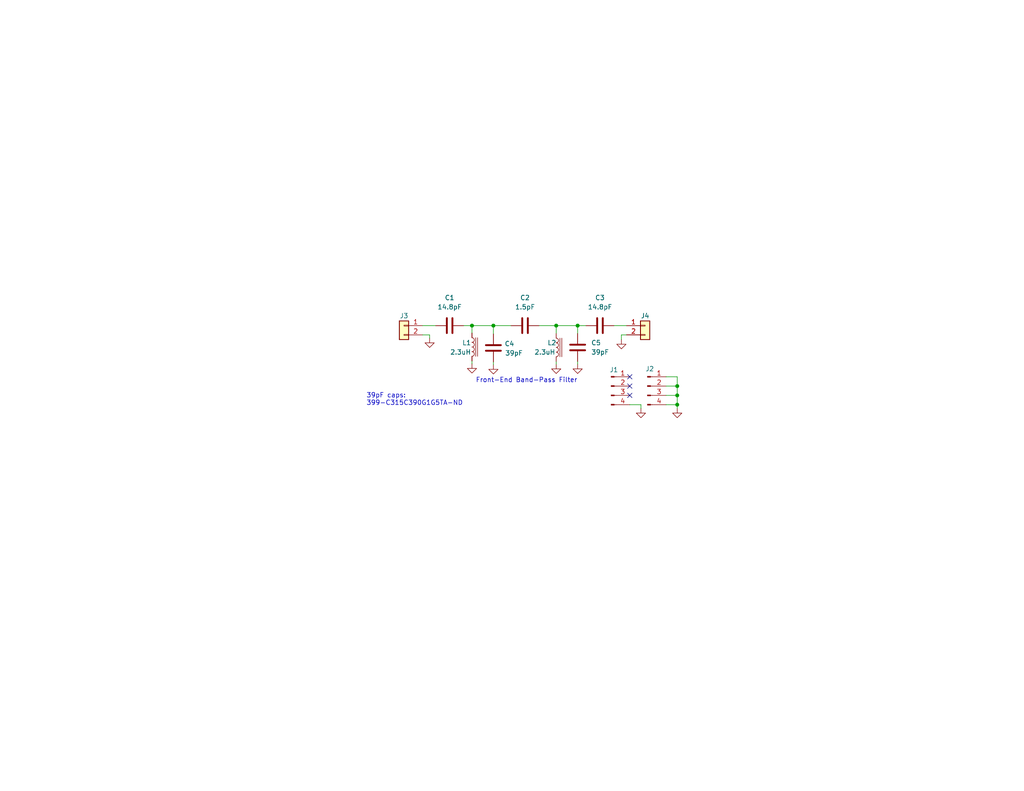
<source format=kicad_sch>
(kicad_sch (version 20211123) (generator eeschema)
  (paper "USLetter")
  (title_block (title "Pssst Frontend Bandpass Filter") (date "2022-12-29") (rev "A"))
  (lib_symbols
    (symbol "K7TFC_Connectors:Conn_01x02" (pin_names (offset 1.016) hide)
      (property "Reference" "J" (at 0 2.54 0))
      (property "Value" "Conn_01x02" (at 0 -5.08 0))
      (symbol "Conn_01x02_1_1"
        (rectangle (start -1.27 -2.413) (end 0 -2.667) (stroke (width 0.1524)))
        (rectangle (start -1.27 0.127) (end 0 -0.127) (stroke (width 0.1524)))
        (rectangle (start -1.27 1.27) (end 1.27 -3.81) (stroke (width 0.254)) (fill (type background)))
        (pin passive line (at -5.08 0 0) (length 3.81) (name "Pin_1") (number "1"))
        (pin passive line (at -5.08 -2.54 0) (length 3.81) (name "Pin_2") (number "2"))
      )
    )
    (symbol "K7TFC_Connectors:Conn_01x04_Male" (pin_names (offset 1.016) hide)
      (property "Reference" "J" (at 0 5.08 0))
      (property "Value" "Conn_01x04_Male" (at 0 -7.62 0))
      (symbol "Conn_01x04_Male_1_1"
        (polyline (pts (xy 1.27 -5.08) (xy 0.8636 -5.08)) (stroke (width 0.1524)))
        (polyline (pts (xy 1.27 -2.54) (xy 0.8636 -2.54)) (stroke (width 0.1524)))
        (polyline (pts (xy 1.27 0) (xy 0.8636 0)) (stroke (width 0.1524)))
        (polyline (pts (xy 1.27 2.54) (xy 0.8636 2.54)) (stroke (width 0.1524)))
        (rectangle (start 0.8636 -4.953) (end 0 -5.207) (stroke (width 0.1524)) (fill (type outline)))
        (rectangle (start 0.8636 -2.413) (end 0 -2.667) (stroke (width 0.1524)) (fill (type outline)))
        (rectangle (start 0.8636 0.127) (end 0 -0.127) (stroke (width 0.1524)) (fill (type outline)))
        (rectangle (start 0.8636 2.667) (end 0 2.413) (stroke (width 0.1524)) (fill (type outline)))
        (pin passive line (at 5.08 2.54 180) (length 3.81) (name "Pin_1") (number "1"))
        (pin passive line (at 5.08 0 180) (length 3.81) (name "Pin_2") (number "2"))
        (pin passive line (at 5.08 -2.54 180) (length 3.81) (name "Pin_3") (number "3"))
        (pin passive line (at 5.08 -5.08 180) (length 3.81) (name "Pin_4") (number "4"))
      )
    )
    (symbol "K7TFC_Passives:C_std" (pin_numbers hide) (pin_names (offset 0.254))
      (property "Reference" "C" (at 0.635 2.54 0))
      (property "Value" "C_std" (at 0.635 -2.54 0))
      (symbol "C_std_0_1"
        (polyline (pts (xy -2.032 -0.762) (xy 2.032 -0.762)) (stroke (width 0.508)))
        (polyline (pts (xy -2.032 0.762) (xy 2.032 0.762)) (stroke (width 0.508)))
      )
      (symbol "C_std_1_1"
        (pin passive line (at 0 3.81 270) (length 2.794) (name "~") (number "1"))
        (pin passive line (at 0 -3.81 90) (length 2.794) (name "~") (number "2"))
      )
    )
    (symbol "K7TFC_Passives:L" (pin_numbers hide) (pin_names (offset 1.016) hide)
      (property "Reference" "L" (at -1.778 0 0))
      (property "Value" "L" (at 3.048 0 0))
      (symbol "L_0_1"
        (arc (start 0 -2.54) (mid 0.635 -1.905) (end 0 -1.27))
        (arc (start 0 -1.27) (mid 0.635 -0.635) (end 0 0))
        (polyline (pts (xy 1.016 2.54) (xy 1.016 -2.54)))
        (polyline (pts (xy 1.524 2.54) (xy 1.524 -2.54)))
        (arc (start 0 0) (mid 0.635 0.635) (end 0 1.27))
        (arc (start 0 1.27) (mid 0.635 1.905) (end 0 2.54))
      )
      (symbol "L_1_1"
        (pin passive line (at 0 3.81 270) (length 1.27) (name "1") (number "1"))
        (pin passive line (at 0 -3.81 90) (length 1.27) (name "2") (number "2"))
      )
    )
    (symbol "power:GND" (power) (pin_names (offset 0))
      (property "Value" "GND" (at 0 -3.81 0))
      (symbol "GND_0_1"
        (polyline (pts (xy 0 0) (xy 0 -1.27) (xy 1.27 -1.27) (xy 0 -2.54) (xy -1.27 -1.27) (xy 0 -1.27)))
      )
      (symbol "GND_1_1"
        (pin power_in line (at 0 0 270) (length 0) hide (name "GND") (number "1"))
      )
    )
  )
  (junction (at 184.785 110.49))
  (junction (at 128.778 88.9))
  (junction (at 151.765 88.9))
  (junction (at 134.62 88.9))
  (junction (at 157.607 88.9))
  (junction (at 184.785 107.95))
  (junction (at 184.785 105.41))
  (no_connect (at 171.831 102.87))
  (no_connect (at 171.831 105.41))
  (no_connect (at 171.831 107.95))
  (wire (pts (xy 184.785 102.87) (xy 184.785 105.41)))
  (wire (pts (xy 134.62 88.9) (xy 139.446 88.9)))
  (wire (pts (xy 151.765 88.9) (xy 157.607 88.9)))
  (wire (pts (xy 181.737 110.49) (xy 184.785 110.49)))
  (wire (pts (xy 171.831 110.49) (xy 174.879 110.49)))
  (wire (pts (xy 115.316 88.9) (xy 118.872 88.9)))
  (wire (pts (xy 157.607 88.9) (xy 159.893 88.9)))
  (wire (pts (xy 169.545 91.44) (xy 170.942 91.44)))
  (wire (pts (xy 128.778 88.9) (xy 128.778 90.932)))
  (wire (pts (xy 157.607 88.9) (xy 157.607 91.059)))
  (wire (pts (xy 128.778 88.9) (xy 134.62 88.9)))
  (wire (pts (xy 134.62 98.806) (xy 134.62 99.568)))
  (wire (pts (xy 181.737 105.41) (xy 184.785 105.41)))
  (wire (pts (xy 181.737 102.87) (xy 184.785 102.87)))
  (wire (pts (xy 157.607 98.679) (xy 157.607 99.441)))
  (wire (pts (xy 147.066 88.9) (xy 151.765 88.9)))
  (wire (pts (xy 117.221 91.44) (xy 117.221 92.329)))
  (wire (pts (xy 167.513 88.9) (xy 170.942 88.9)))
  (wire (pts (xy 128.778 98.552) (xy 128.778 99.314)))
  (wire (pts (xy 184.785 107.95) (xy 184.785 110.49)))
  (wire (pts (xy 184.785 105.41) (xy 184.785 107.95)))
  (wire (pts (xy 126.492 88.9) (xy 128.778 88.9)))
  (wire (pts (xy 134.62 88.9) (xy 134.62 91.186)))
  (wire (pts (xy 115.316 91.44) (xy 117.221 91.44)))
  (wire (pts (xy 169.545 92.71) (xy 169.545 91.44)))
  (wire (pts (xy 151.765 88.9) (xy 151.765 91.059)))
  (wire (pts (xy 174.879 110.49) (xy 174.879 111.506)))
  (wire (pts (xy 181.737 107.95) (xy 184.785 107.95)))
  (wire (pts (xy 184.785 110.49) (xy 184.785 111.506)))
  (wire (pts (xy 151.765 98.679) (xy 151.765 99.441)))
  (text "Front-End Band-Pass Filter" (at 129.794 104.648 0) (effects (font (size 1.27 1.27)) (justify left bottom)))
  (text "39pF caps: 	\n399-C315C390G1G5TA-ND" (at 99.949 110.871 0) (effects (font (size 1.27 1.27)) (justify left bottom)))
  (symbol (lib_id "power:GND") (at 151.765 99.441 0) (unit 1)
    (property "Reference" "#PWR0101" (effects hide))
    (property "Value" "GND" (effects hide))
  )
  (symbol (lib_id "power:GND") (at 128.778 99.314 0) (unit 1)
    (property "Reference" "#PWR0103" (effects hide))
    (property "Value" "GND" (effects hide))
  )
  (symbol (lib_id "K7TFC_Connectors:Conn_01x04_Male") (at 176.657 105.41 0) (unit 1)
    (property "Reference" "J2" (at 177.292 100.711 0))
    (property "Value" "Conn_01x04_Male" (effects hide))
    (property "Footprint" "Connector_PinHeader_2.54mm:PinHeader_1x04_P2.54mm_Vertical" (effects hide))
  )
  (symbol (lib_id "K7TFC_Passives:C_std") (at 163.703 88.9 90) (unit 1)
    (property "Reference" "C3" (at 163.703 81.28 90))
    (property "Value" "14.8pF" (at 163.703 83.82 90))
    (property "Footprint" "K7TFC_Passives:Capacitor_Trimmer_Ceramic_GKGxx015_Series" (effects hide))
  )
  (symbol (lib_id "K7TFC_Passives:L") (at 151.765 94.869 0) (unit 1)
    (property "Reference" "L2" (at 149.352 93.599 0) (effects (justify left)))
    (property "Value" "2.3uH" (at 145.796 96.139 0) (effects (justify left)))
    (property "Footprint" "K7TFC_Toroids:Toroid_T50_Vertical_P6.00mm" (effects hide))
  )
  (symbol (lib_id "power:GND") (at 174.879 111.506 0) (unit 1)
    (property "Reference" "#PWR0108" (effects hide))
    (property "Value" "GND" (effects hide))
  )
  (symbol (lib_id "K7TFC_Passives:L") (at 128.778 94.742 0) (unit 1)
    (property "Reference" "L1" (at 126.111 93.599 0) (effects (justify left)))
    (property "Value" "2.3uH" (at 122.809 96.139 0) (effects (justify left)))
    (property "Footprint" "K7TFC_Toroids:Toroid_T50_Vertical_P6.00mm" (effects hide))
  )
  (symbol (lib_id "power:GND") (at 157.607 99.441 0) (unit 1)
    (property "Reference" "#PWR0102" (effects hide))
    (property "Value" "GND" (effects hide))
  )
  (symbol (lib_id "K7TFC_Connectors:Conn_01x04_Male") (at 166.751 105.41 0) (unit 1)
    (property "Reference" "J1" (at 167.513 100.965 0))
    (property "Value" "Conn_01x04_Male" (effects hide))
    (property "Footprint" "Connector_PinHeader_2.54mm:PinHeader_1x04_P2.54mm_Vertical" (effects hide))
  )
  (symbol (lib_id "power:GND") (at 134.62 99.568 0) (unit 1)
    (property "Reference" "#PWR0104" (effects hide))
    (property "Value" "GND" (effects hide))
  )
  (symbol (lib_id "K7TFC_Passives:C_std") (at 122.682 88.9 90) (unit 1)
    (property "Reference" "C1" (at 122.682 81.28 90))
    (property "Value" "14.8pF" (at 122.682 83.82 90))
    (property "Footprint" "K7TFC_Passives:Capacitor_Trimmer_Ceramic_GKGxx015_Series" (effects hide))
  )
  (symbol (lib_id "power:GND") (at 184.785 111.506 0) (unit 1)
    (property "Reference" "#PWR0107" (effects hide))
    (property "Value" "GND" (effects hide))
  )
  (symbol (lib_id "power:GND") (at 169.545 92.71 0) (unit 1)
    (property "Reference" "#PWR0106" (effects hide))
    (property "Value" "GND" (effects hide))
  )
  (symbol (lib_id "K7TFC_Connectors:Conn_01x02") (at 110.236 88.9 0) (mirror y) (unit 1)
    (property "Reference" "J3" (at 110.236 86.233 0))
    (property "Value" "Conn_01x02" (effects hide))
    (property "Footprint" "K7TFC:SMA_EdgeMount_0.062_Samtec_wHoles" (effects hide))
  )
  (symbol (lib_id "K7TFC_Passives:C_std") (at 134.62 94.996 0) (unit 1)
    (property "Reference" "C4" (at 137.668 93.853 0) (effects (justify left)))
    (property "Value" "39pF" (at 137.795 96.393 0) (effects (justify left)))
    (property "Footprint" "K7TFC_Passives:Capacitor_Trimmer_Ceramic_GKGxx015_Series" (effects hide))
  )
  (symbol (lib_id "K7TFC_Connectors:Conn_01x02") (at 176.022 88.9 0) (unit 1)
    (property "Reference" "J4" (at 176.022 86.233 0))
    (property "Value" "Conn_01x02" (effects hide))
    (property "Footprint" "K7TFC:SMA_EdgeMount_0.062_Samtec_wHoles" (effects hide))
  )
  (symbol (lib_id "power:GND") (at 117.221 92.329 0) (unit 1)
    (property "Reference" "#PWR0105" (effects hide))
    (property "Value" "GND" (effects hide))
  )
  (symbol (lib_id "K7TFC_Passives:C_std") (at 143.256 88.9 90) (unit 1)
    (property "Reference" "C2" (at 143.256 81.28 90))
    (property "Value" "1.5pF" (at 143.256 83.82 90))
    (property "Footprint" "K7TFC:C_Gimmick" (effects hide))
  )
  (symbol (lib_id "K7TFC_Passives:C_std") (at 157.607 94.869 0) (unit 1)
    (property "Reference" "C5" (at 161.29 93.5989 0) (effects (justify left)))
    (property "Value" "39pF" (at 161.29 96.1389 0) (effects (justify left)))
    (property "Footprint" "K7TFC_Passives:Capacitor_Trimmer_Ceramic_GKGxx015_Series" (effects hide))
  )
)
</source>
